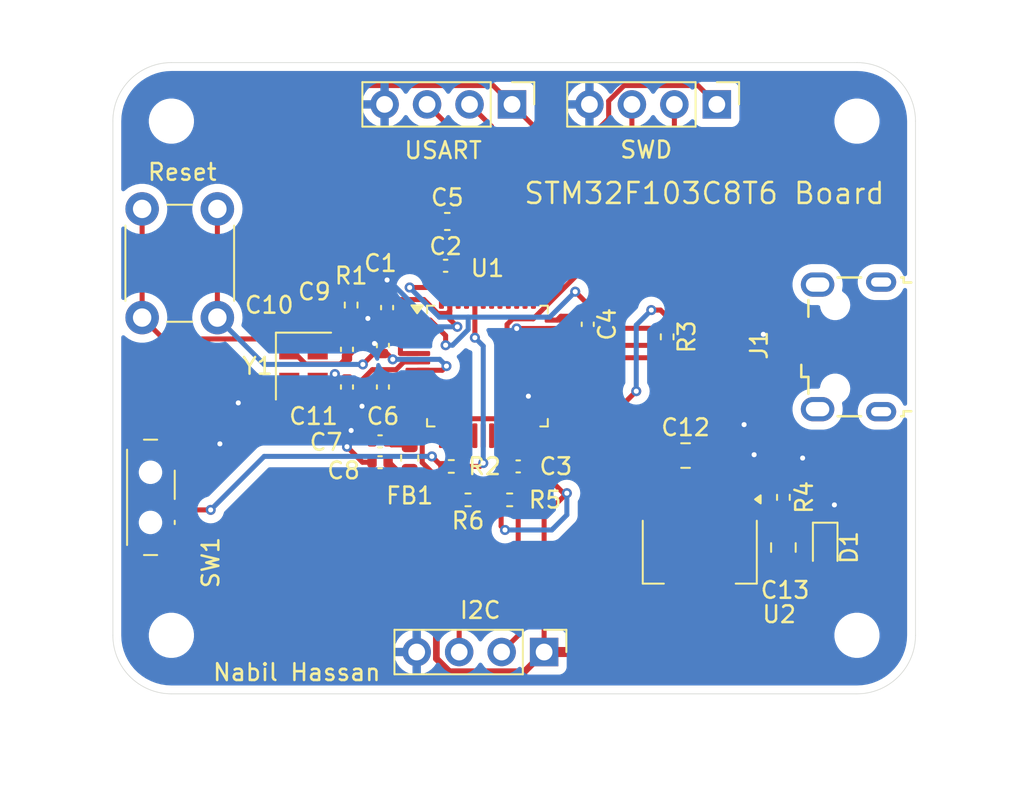
<source format=kicad_pcb>
(kicad_pcb (version 20240108) (generator "pcbnew") (generator_version "8.0")
  (layers (0 "F.Cu" signal "Front") (31 "B.Cu" power "Back") (34 "B.Paste" user) (35 "F.Paste" user) (36 "B.SilkS" user "B.Silkscreen") (37 "F.SilkS" user "F.Silkscreen") (38 "B.Mask" user) (39 "F.Mask" user) (44 "Edge.Cuts" user))
  (net 0 "")
  (net 1 "GND")
  (net 2 "+3.3V")
  (net 3 "+3.3VA")
  (net 4 "RST")
  (net 5 "HSE_IN")
  (net 6 "HSE_OUT")
  (net 7 "VBUS")
  (net 8 "/PWR_LED_K")
  (net 12 "USB_D-")
  (net 13 "USB_D+")
  (net 16 "SWDIO")
  (net 17 "SWCLK")
  (net 18 "USART1_TX")
  (net 19 "USART1_RX")
  (net 20 "I2C2_SCL")
  (net 21 "I2C2_SDA")
  (net 22 "Net-(R1-Pad1)")
  (net 23 "BOOT")
  (net 24 "Net-(SW1-B)")
  (footprint "Button_Switch_SMD:SW_SPDT_PCM12" (layer "F.Cu") (at 63.33 117.75 -90)
    (property "Reference" "SW1" (at 3.9 -3.27 90) (layer "F.SilkS"))
    (property "Value" "SW_SPDT")
    (pad "" smd rect (at -3.65 -0.78 270) (size 1 0.8) (layers "F.Cu" "F.Paste" "F.Mask"))
    (pad "" smd rect (at -3.65 1.43 270) (size 1 0.8) (layers "F.Cu" "F.Paste" "F.Mask"))
    (pad "" np_thru_hole circle (at -1.5 0.33 270) (size 0.9 0.9) (drill 0.9) (layers "*.Cu" "*.Mask"))
    (pad "" np_thru_hole circle (at 1.5 0.33 270) (size 0.9 0.9) (drill 0.9) (layers "*.Cu" "*.Mask"))
    (pad "" smd rect (at 3.65 -0.78 270) (size 1 0.8) (layers "F.Cu" "F.Paste" "F.Mask"))
    (pad "" smd rect (at 3.65 1.43 270) (size 1 0.8) (layers "F.Cu" "F.Paste" "F.Mask"))
    (pad "1" smd rect (at -2.25 -1.43 270) (size 0.7 1.5) (layers "F.Cu" "F.Paste" "F.Mask") (net 1 "GND"))
    (pad "2" smd rect (at 0.75 -1.43 270) (size 0.7 1.5) (layers "F.Cu" "F.Paste" "F.Mask") (net 24 "Net-(SW1-B)"))
    (pad "3" smd rect (at 2.25 -1.43 270) (size 0.7 1.5) (layers "F.Cu" "F.Paste" "F.Mask") (net 2 "+3.3V"))
  )
  (footprint "Capacitor_SMD:C_0402_1005Metric" (layer "F.Cu") (at 89.15 107.4 -90)
    (property "Reference" "C4" (at 0 -1.16 90) (layer "F.SilkS"))
    (property "Value" "100n")
    (pad "1" smd roundrect (at -0.48 0 270) (size 0.56 0.62) (layers "F.Cu" "F.Paste" "F.Mask") (net 2 "+3.3V"))
    (pad "2" smd roundrect (at 0.48 0 270) (size 0.56 0.62) (layers "F.Cu" "F.Paste" "F.Mask") (net 1 "GND"))
  )
  (footprint "Capacitor_SMD:C_0402_1005Metric" (layer "F.Cu") (at 84.99 115.9 180)
    (property "Reference" "C3" (at -2.25 0 360) (layer "F.SilkS"))
    (property "Value" "100n")
    (pad "1" smd roundrect (at -0.48 0 180) (size 0.56 0.62) (layers "F.Cu" "F.Paste" "F.Mask") (net 2 "+3.3V"))
    (pad "2" smd roundrect (at 0.48 0 180) (size 0.56 0.62) (layers "F.Cu" "F.Paste" "F.Mask") (net 1 "GND"))
  )
  (footprint "Button_Switch_THT:SW_PUSH_6mm" (layer "F.Cu") (at 62.5 107 90)
    (property "Reference" "Reset" (at 8.7 2.4 0) (layer "F.SilkS"))
    (property "Value" "SW_Push")
    (pad "1" thru_hole circle (at 0 0 180) (size 2 2) (drill 1.1) (layers "*.Cu" "*.Mask") (net 22 "Net-(R1-Pad1)"))
    (pad "1" thru_hole circle (at 6.5 0 180) (size 2 2) (drill 1.1) (layers "*.Cu" "*.Mask") (net 22 "Net-(R1-Pad1)"))
    (pad "2" thru_hole circle (at 0 4.5 180) (size 2 2) (drill 1.1) (layers "*.Cu" "*.Mask") (net 4 "RST"))
    (pad "2" thru_hole circle (at 6.5 4.5 180) (size 2 2) (drill 1.1) (layers "*.Cu" "*.Mask") (net 4 "RST"))
  )
  (footprint "MountingHole:MountingHole_2.2mm_M2" (layer "F.Cu") (at 105.25 126)
    (property "Reference" "H4" (hide yes))
    (property "Value" "MountingHole")
    (pad "" np_thru_hole circle (at 0 0) (size 2.2 2.2) (drill 2.2) (layers "F&B.Cu" "*.Mask"))
  )
  (footprint "Resistor_SMD:R_0402_1005Metric" (layer "F.Cu") (at 93.9 108.15 -90)
    (property "Reference" "R3" (at 0 -1.17 90) (layer "F.SilkS"))
    (property "Value" "1.5K")
    (pad "1" smd roundrect (at -0.51 0 270) (size 0.54 0.64) (layers "F.Cu" "F.Paste" "F.Mask") (net 2 "+3.3V"))
    (pad "2" smd roundrect (at 0.51 0 270) (size 0.54 0.64) (layers "F.Cu" "F.Paste" "F.Mask") (net 13 "USB_D+"))
  )
  (footprint "Capacitor_SMD:C_0402_1005Metric" (layer "F.Cu") (at 76.9 111.15 90)
    (property "Reference" "C6" (at -1.75 0 180) (layer "F.SilkS"))
    (property "Value" "10n")
    (pad "1" smd roundrect (at -0.48 0 90) (size 0.56 0.62) (layers "F.Cu" "F.Paste" "F.Mask") (net 3 "+3.3VA"))
    (pad "2" smd roundrect (at 0.48 0 90) (size 0.56 0.62) (layers "F.Cu" "F.Paste" "F.Mask") (net 1 "GND"))
  )
  (footprint "Capacitor_SMD:C_0402_1005Metric" (layer "F.Cu") (at 80.65 103.9)
    (property "Reference" "C2" (at 0 -1.16 0) (layer "F.SilkS"))
    (property "Value" "100n")
    (pad "1" smd roundrect (at -0.48 0) (size 0.56 0.62) (layers "F.Cu" "F.Paste" "F.Mask") (net 2 "+3.3V"))
    (pad "2" smd roundrect (at 0.48 0) (size 0.56 0.62) (layers "F.Cu" "F.Paste" "F.Mask") (net 1 "GND"))
  )
  (footprint "MountingHole:MountingHole_2.2mm_M2" (layer "F.Cu") (at 105.25 95.25)
    (property "Reference" "H1" (hide yes))
    (property "Value" "MountingHole")
    (pad "" np_thru_hole circle (at 0 0) (size 2.2 2.2) (drill 2.2) (layers "*.Cu" "*.Mask"))
  )
  (footprint "Capacitor_SMD:C_0402_1005Metric" (layer "F.Cu") (at 76.73 114.4 180)
    (property "Reference" "C7" (at 3.23 -0.05 360) (layer "F.SilkS"))
    (property "Value" "1u")
    (pad "1" smd roundrect (at -0.48 0 180) (size 0.56 0.62) (layers "F.Cu" "F.Paste" "F.Mask") (net 3 "+3.3VA"))
    (pad "2" smd roundrect (at 0.48 0 180) (size 0.56 0.62) (layers "F.Cu" "F.Paste" "F.Mask") (net 1 "GND"))
  )
  (footprint "Capacitor_SMD:C_0402_1005Metric" (layer "F.Cu") (at 74.75 111.15 90)
    (property "Reference" "C11" (at -1.75 -2 180) (layer "F.SilkS"))
    (property "Value" "10pf")
    (pad "1" smd roundrect (at -0.48 0 90) (size 0.56 0.62) (layers "F.Cu" "F.Paste" "F.Mask") (net 6 "HSE_OUT"))
    (pad "2" smd roundrect (at 0.48 0 90) (size 0.56 0.62) (layers "F.Cu" "F.Paste" "F.Mask") (net 1 "GND"))
  )
  (footprint "Capacitor_SMD:C_0402_1005Metric" (layer "F.Cu") (at 74.75 108.9 90)
    (property "Reference" "C10" (at 2.65 -4.65 180) (layer "F.SilkS"))
    (property "Value" "10pf")
    (pad "1" smd roundrect (at -0.48 0 90) (size 0.56 0.62) (layers "F.Cu" "F.Paste" "F.Mask") (net 5 "HSE_IN"))
    (pad "2" smd roundrect (at 0.48 0 90) (size 0.56 0.62) (layers "F.Cu" "F.Paste" "F.Mask") (net 1 "GND"))
  )
  (footprint "Capacitor_SMD:C_0402_1005Metric" (layer "F.Cu") (at 77.15 106.4 90)
    (property "Reference" "C1" (at 2.65 -0.4 180) (layer "F.SilkS"))
    (property "Value" "100n")
    (pad "1" smd roundrect (at -0.48 0 90) (size 0.56 0.62) (layers "F.Cu" "F.Paste" "F.Mask") (net 2 "+3.3V"))
    (pad "2" smd roundrect (at 0.48 0 90) (size 0.56 0.62) (layers "F.Cu" "F.Paste" "F.Mask") (net 1 "GND"))
  )
  (footprint "Resistor_SMD:R_0402_1005Metric" (layer "F.Cu") (at 80.99 115.9)
    (property "Reference" "R2" (at 1.99 0 360) (layer "F.SilkS"))
    (property "Value" "10k")
    (pad "1" smd roundrect (at -0.51 0) (size 0.54 0.64) (layers "F.Cu" "F.Paste" "F.Mask") (net 24 "Net-(SW1-B)"))
    (pad "2" smd roundrect (at 0.51 0) (size 0.54 0.64) (layers "F.Cu" "F.Paste" "F.Mask") (net 23 "BOOT"))
  )
  (footprint "Resistor_SMD:R_0402_1005Metric" (layer "F.Cu") (at 75 106.25 90)
    (property "Reference" "R1" (at 1.75 0 180) (layer "F.SilkS"))
    (property "Value" "100")
    (pad "1" smd roundrect (at -0.51 0 90) (size 0.54 0.64) (layers "F.Cu" "F.Paste" "F.Mask") (net 22 "Net-(R1-Pad1)"))
    (pad "2" smd roundrect (at 0.51 0 90) (size 0.54 0.64) (layers "F.Cu" "F.Paste" "F.Mask") (net 1 "GND"))
  )
  (footprint "Capacitor_SMD:C_0402_1005Metric" (layer "F.Cu") (at 76.73 115.65 180)
    (property "Reference" "C8" (at 2.18 -0.5 360) (layer "F.SilkS"))
    (property "Value" "1u")
    (pad "1" smd roundrect (at -0.48 0 180) (size 0.56 0.62) (layers "F.Cu" "F.Paste" "F.Mask") (net 2 "+3.3V"))
    (pad "2" smd roundrect (at 0.48 0 180) (size 0.56 0.62) (layers "F.Cu" "F.Paste" "F.Mask") (net 1 "GND"))
  )
  (footprint "Connector_USB:USB_Micro-B_Wuerth_629105150521" (layer "F.Cu") (at 104.745 108.75 90)
    (property "Reference" "J1" (at 0.1 -5.35 90) (layer "F.SilkS"))
    (property "Value" "USB_B_Micro")
    (pad "" np_thru_hole oval (at -2.5 -0.8 90) (size 0.8 0.8) (drill 0.8) (layers "*.Cu" "*.Mask"))
    (pad "" np_thru_hole oval (at 2.5 -0.8 90) (size 0.8 0.8) (drill 0.8) (layers "*.Cu" "*.Mask"))
    (pad "1" smd rect (at -1.3 -1.9 90) (size 0.45 1.3) (layers "F.Cu" "F.Paste" "F.Mask") (net 7 "VBUS"))
    (pad "2" smd rect (at -0.65 -1.9 90) (size 0.45 1.3) (layers "F.Cu" "F.Paste" "F.Mask") (net 12 "USB_D-"))
    (pad "3" smd rect (at 0 -1.9 90) (size 0.45 1.3) (layers "F.Cu" "F.Paste" "F.Mask") (net 13 "USB_D+"))
    (pad "4" smd rect (at 0.65 -1.9 90) (size 0.45 1.3) (layers "F.Cu" "F.Paste" "F.Mask"))
    (pad "5" smd rect (at 1.3 -1.9 90) (size 0.45 1.3) (layers "F.Cu" "F.Paste" "F.Mask") (net 1 "GND"))
    (pad "6" thru_hole oval (at -3.875 1.95 90) (size 1.15 1.8) (drill oval 0.55 1.2) (layers "*.Cu" "*.Mask"))
    (pad "6" thru_hole oval (at -3.725 -1.85 90) (size 1.45 2) (drill oval 0.85 1.4) (layers "*.Cu" "*.Mask"))
    (pad "6" thru_hole oval (at 3.725 -1.85 90) (size 1.45 2) (drill oval 0.85 1.4) (layers "*.Cu" "*.Mask"))
    (pad "6" thru_hole oval (at 3.875 1.95 90) (size 1.15 1.8) (drill oval 0.55 1.2) (layers "*.Cu" "*.Mask"))
  )
  (footprint "Connector_PinHeader_2.54mm:PinHeader_1x04_P2.54mm_Vertical" (layer "F.Cu") (at 84.62 94.25 -90)
    (property "Reference" "USART" (at 2.75 4.12 180) (layer "F.SilkS"))
    (property "Value" "Conn_01x04_Pin")
    (pad "1" thru_hole rect (at 0 0 270) (size 1.7 1.7) (drill 1) (layers "*.Cu" "*.Mask") (net 2 "+3.3V"))
    (pad "2" thru_hole oval (at 0 2.54 270) (size 1.7 1.7) (drill 1) (layers "*.Cu" "*.Mask") (net 18 "USART1_TX"))
    (pad "3" thru_hole oval (at 0 5.08 270) (size 1.7 1.7) (drill 1) (layers "*.Cu" "*.Mask") (net 19 "USART1_RX"))
    (pad "4" thru_hole oval (at 0 7.62 270) (size 1.7 1.7) (drill 1) (layers "*.Cu" "*.Mask") (net 1 "GND"))
  )
  (footprint "Package_TO_SOT_SMD:SOT-223-3_TabPin2" (layer "F.Cu") (at 95.85 121 -90)
    (property "Reference" "U2" (at 3.75 -4.75 180) (layer "F.SilkS"))
    (property "Value" "AMS1117-3.3")
    (pad "1" smd roundrect (at -3.15 -2.3 270) (size 2 1.5) (layers "F.Cu" "F.Paste" "F.Mask") (net 1 "GND"))
    (pad "2" smd roundrect (at -3.15 0 270) (size 2 1.5) (layers "F.Cu" "F.Paste" "F.Mask") (net 2 "+3.3V"))
    (pad "2" smd roundrect (at 3.15 0 270) (size 2 3.8) (layers "F.Cu" "F.Paste" "F.Mask") (net 2 "+3.3V"))
    (pad "3" smd roundrect (at -3.15 2.3 270) (size 2 1.5) (layers "F.Cu" "F.Paste" "F.Mask") (net 7 "VBUS"))
  )
  (footprint "Resistor_SMD:R_0402_1005Metric" (layer "F.Cu") (at 100.85 117.75 90)
    (property "Reference" "R4" (at 0 1.25 90) (layer "F.SilkS"))
    (property "Value" "1.5k")
    (pad "1" smd roundrect (at -0.51 0 90) (size 0.54 0.64) (layers "F.Cu" "F.Paste" "F.Mask") (net 8 "/PWR_LED_K"))
    (pad "2" smd roundrect (at 0.51 0 90) (size 0.54 0.64) (layers "F.Cu" "F.Paste" "F.Mask") (net 1 "GND"))
  )
  (footprint "Capacitor_SMD:C_0603_1608Metric" (layer "F.Cu") (at 80.75 101.25)
    (property "Reference" "C5" (at 0 -1.43 360) (layer "F.SilkS"))
    (property "Value" "10u")
    (pad "1" smd roundrect (at -0.775 0) (size 0.9 0.95) (layers "F.Cu" "F.Paste" "F.Mask") (net 2 "+3.3V"))
    (pad "2" smd roundrect (at 0.775 0) (size 0.9 0.95) (layers "F.Cu" "F.Paste" "F.Mask") (net 1 "GND"))
  )
  (footprint "MountingHole:MountingHole_2.2mm_M2" (layer "F.Cu") (at 64.25 95.25)
    (property "Reference" "H2" (hide yes))
    (property "Value" "MountingHole")
    (pad "" np_thru_hole circle (at 0 0) (size 2.2 2.2) (drill 2.2) (layers "*.Cu" "*.Mask"))
  )
  (footprint "Capacitor_SMD:C_0805_2012Metric" (layer "F.Cu") (at 100.85 120.75 90)
    (property "Reference" "C13" (at -2.55 0.1 180) (layer "F.SilkS"))
    (property "Value" "22u")
    (pad "1" smd roundrect (at -0.95 0 90) (size 1 1.45) (layers "F.Cu" "F.Paste" "F.Mask") (net 2 "+3.3V"))
    (pad "2" smd roundrect (at 0.95 0 90) (size 1 1.45) (layers "F.Cu" "F.Paste" "F.Mask") (net 1 "GND"))
  )
  (footprint "MountingHole:MountingHole_2.2mm_M2" (layer "F.Cu") (at 64.25 126)
    (property "Reference" "H3" (hide yes))
    (property "Value" "MountingHole")
    (pad "" np_thru_hole circle (at 0 0) (size 2.2 2.2) (drill 2.2) (layers "*.Cu" "*.Mask"))
  )
  (footprint "Package_QFP:LQFP-48_7x7mm_P0.5mm" (layer "F.Cu") (at 83.15 109.9)
    (property "Reference" "U1" (at 0 -5.85 0) (layer "F.SilkS"))
    (property "Value" "STM32F103C8T6")
    (pad "1" smd roundrect (at -4.1625 -2.75) (size 1.475 0.3) (layers "F.Cu" "F.Paste" "F.Mask") (net 2 "+3.3V"))
    (pad "2" smd roundrect (at -4.1625 -2.25) (size 1.475 0.3) (layers "F.Cu" "F.Paste" "F.Mask"))
    (pad "3" smd roundrect (at -4.1625 -1.75) (size 1.475 0.3) (layers "F.Cu" "F.Paste" "F.Mask"))
    (pad "4" smd roundrect (at -4.1625 -1.25) (size 1.475 0.3) (layers "F.Cu" "F.Paste" "F.Mask"))
    (pad "5" smd roundrect (at -4.1625 -0.75) (size 1.475 0.3) (layers "F.Cu" "F.Paste" "F.Mask") (net 5 "HSE_IN"))
    (pad "6" smd roundrect (at -4.1625 -0.25) (size 1.475 0.3) (layers "F.Cu" "F.Paste" "F.Mask") (net 6 "HSE_OUT"))
    (pad "7" smd roundrect (at -4.1625 0.25) (size 1.475 0.3) (layers "F.Cu" "F.Paste" "F.Mask") (net 4 "RST"))
    (pad "8" smd roundrect (at -4.1625 0.75) (size 1.475 0.3) (layers "F.Cu" "F.Paste" "F.Mask") (net 1 "GND"))
    (pad "9" smd roundrect (at -4.1625 1.25) (size 1.475 0.3) (layers "F.Cu" "F.Paste" "F.Mask") (net 3 "+3.3VA"))
    (pad "10" smd roundrect (at -4.1625 1.75) (size 1.475 0.3) (layers "F.Cu" "F.Paste" "F.Mask"))
    (pad "11" smd roundrect (at -4.1625 2.25) (size 1.475 0.3) (layers "F.Cu" "F.Paste" "F.Mask"))
    (pad "12" smd roundrect (at -4.1625 2.75) (size 1.475 0.3) (layers "F.Cu" "F.Paste" "F.Mask"))
    (pad "13" smd roundrect (at -2.75 4.1625) (size 0.3 1.475) (layers "F.Cu" "F.Paste" "F.Mask"))
    (pad "14" smd roundrect (at -2.25 4.1625) (size 0.3 1.475) (layers "F.Cu" "F.Paste" "F.Mask"))
    (pad "15" smd roundrect (at -1.75 4.1625) (size 0.3 1.475) (layers "F.Cu" "F.Paste" "F.Mask"))
    (pad "16" smd roundrect (at -1.25 4.1625) (size 0.3 1.475) (layers "F.Cu" "F.Paste" "F.Mask"))
    (pad "17" smd roundrect (at -0.75 4.1625) (size 0.3 1.475) (layers "F.Cu" "F.Paste" "F.Mask"))
    (pad "18" smd roundrect (at -0.25 4.1625) (size 0.3 1.475) (layers "F.Cu" "F.Paste" "F.Mask"))
    (pad "19" smd roundrect (at 0.25 4.1625) (size 0.3 1.475) (layers "F.Cu" "F.Paste" "F.Mask"))
    (pad "20" smd roundrect (at 0.75 4.1625) (size 0.3 1.475) (layers "F.Cu" "F.Paste" "F.Mask"))
    (pad "21" smd roundrect (at 1.25 4.1625) (size 0.3 1.475) (layers "F.Cu" "F.Paste" "F.Mask") (net 20 "I2C2_SCL"))
    (pad "22" smd roundrect (at 1.75 4.1625) (size 0.3 1.475) (layers "F.Cu" "F.Paste" "F.Mask") (net 21 "I2C2_SDA"))
    (pad "23" smd roundrect (at 2.25 4.1625) (size 0.3 1.475) (layers "F.Cu" "F.Paste" "F.Mask") (net 1 "GND"))
    (pad "24" smd roundrect (at 2.75 4.1625) (size 0.3 1.475) (layers "F.Cu" "F.Paste" "F.Mask") (net 2 "+3.3V"))
    (pad "25" smd roundrect (at 4.1625 2.75) (size 1.475 0.3) (layers "F.Cu" "F.Paste" "F.Mask"))
    (pad "26" smd roundrect (at 4.1625 2.25) (size 1.475 0.3) (layers "F.Cu" "F.Paste" "F.Mask"))
    (pad "27" smd roundrect (at 4.1625 1.75) (size 1.475 0.3) (layers "F.Cu" "F.Paste" "F.Mask"))
    (pad "28" smd roundrect (at 4.1625 1.25) (size 1.475 0.3) (layers "F.Cu" "F.Paste" "F.Mask"))
    (pad "29" smd roundrect (at 4.1625 0.75) (size 1.475 0.3) (layers "F.Cu" "F.Paste" "F.Mask"))
    (pad "30" smd roundrect (at 4.1625 0.25) (size 1.475 0.3) (layers "F.Cu" "F.Paste" "F.Mask"))
    (pad "31" smd roundrect (at 4.1625 -0.25) (size 1.475 0.3) (layers "F.Cu" "F.Paste" "F.Mask"))
    (pad "32" smd roundrect (at 4.1625 -0.75) (size 1.475 0.3) (layers "F.Cu" "F.Paste" "F.Mask") (net 12 "USB_D-"))
    (pad "33" smd roundrect (at 4.1625 -1.25) (size 1.475 0.3) (layers "F.Cu" "F.Paste" "F.Mask") (net 13 "USB_D+"))
    (pad "34" smd roundrect (at 4.1625 -1.75) (size 1.475 0.3) (layers "F.Cu" "F.Paste" "F.Mask") (net 16 "SWDIO"))
    (pad "35" smd roundrect (at 4.1625 -2.25) (size 1.475 0.3) (layers "F.Cu" "F.Paste" "F.Mask") (net 1 "GND"))
    (pad "36" smd roundrect (at 4.1625 -2.75) (size 1.475 0.3) (layers "F.Cu" "F.Paste" "F.Mask") (net 2 "+3.3V"))
    (pad "37" smd roundrect (at 2.75 -4.1625) (size 0.3 1.475) (layers "F.Cu" "F.Paste" "F.Mask") (net 17 "SWCLK"))
    (pad "38" smd roundrect (at 2.25 -4.1625) (size 0.3 1.475) (layers "F.Cu" "F.Paste" "F.Mask"))
    (pad "39" smd roundrect (at 1.75 -4.1625) (size 0.3 1.475) (layers "F.Cu" "F.Paste" "F.Mask"))
    (pad "40" smd roundrect (at 1.25 -4.1625) (size 0.3 1.475) (layers "F.Cu" "F.Paste" "F.Mask"))
    (pad "41" smd roundrect (at 0.75 -4.1625) (size 0.3 1.475) (layers "F.Cu" "F.Paste" "F.Mask"))
    (pad "42" smd roundrect (at 0.25 -4.1625) (size 0.3 1.475) (layers "F.Cu" "F.Paste" "F.Mask") (net 18 "USART1_TX"))
    (pad "43" smd roundrect (at -0.25 -4.1625) (size 0.3 1.475) (layers "F.Cu" "F.Paste" "F.Mask") (net 19 "USART1_RX"))
    (pad "44" smd roundrect (at -0.75 -4.1625) (size 0.3 1.475) (layers "F.Cu" "F.Paste" "F.Mask") (net 23 "BOOT"))
    (pad "45" smd roundrect (at -1.25 -4.1625) (size 0.3 1.475) (layers "F.Cu" "F.Paste" "F.Mask"))
    (pad "46" smd roundrect (at -1.75 -4.1625) (size 0.3 1.475) (layers "F.Cu" "F.Paste" "F.Mask"))
    (pad "47" smd roundrect (at -2.25 -4.1625) (size 0.3 1.475) (layers "F.Cu" "F.Paste" "F.Mask") (net 1 "GND"))
    (pad "48" smd roundrect (at -2.75 -4.1625) (size 0.3 1.475) (layers "F.Cu" "F.Paste" "F.Mask") (net 2 "+3.3V"))
  )
  (footprint "Connector_PinHeader_2.54mm:PinHeader_1x04_P2.54mm_Vertical" (layer "F.Cu") (at 96.87 94.25 -90)
    (property "Reference" "J2" (hide yes))
    (property "Value" "Conn_01x04_Pin")
    (pad "1" thru_hole rect (at 0 0 270) (size 1.7 1.7) (drill 1) (layers "*.Cu" "*.Mask") (net 2 "+3.3V"))
    (pad "2" thru_hole oval (at 0 2.54 270) (size 1.7 1.7) (drill 1) (layers "*.Cu" "*.Mask") (net 16 "SWDIO"))
    (pad "3" thru_hole oval (at 0 5.08 270) (size 1.7 1.7) (drill 1) (layers "*.Cu" "*.Mask") (net 17 "SWCLK"))
    (pad "4" thru_hole oval (at 0 7.62 270) (size 1.7 1.7) (drill 1) (layers "*.Cu" "*.Mask") (net 1 "GND"))
  )
  (footprint "Capacitor_SMD:C_0402_1005Metric" (layer "F.Cu") (at 76.9 108.67 90)
    (property "Reference" "C9" (at 3.22 -4.1 180) (layer "F.SilkS"))
    (property "Value" "100n")
    (pad "1" smd roundrect (at -0.48 0 90) (size 0.56 0.62) (layers "F.Cu" "F.Paste" "F.Mask") (net 4 "RST"))
    (pad "2" smd roundrect (at 0.48 0 90) (size 0.56 0.62) (layers "F.Cu" "F.Paste" "F.Mask") (net 1 "GND"))
  )
  (footprint "Resistor_SMD:R_0402_1005Metric" (layer "F.Cu") (at 81.99 117.9 180)
    (property "Reference" "R6" (at 0 -1.25 360) (layer "F.SilkS"))
    (property "Value" "2.2K")
    (pad "1" smd roundrect (at -0.51 0 180) (size 0.54 0.64) (layers "F.Cu" "F.Paste" "F.Mask") (net 2 "+3.3V"))
    (pad "2" smd roundrect (at 0.51 0 180) (size 0.54 0.64) (layers "F.Cu" "F.Paste" "F.Mask") (net 21 "I2C2_SDA"))
  )
  (footprint "Connector_PinHeader_2.54mm:PinHeader_1x04_P2.54mm_Vertical" (layer "F.Cu") (at 86.54 127 -90)
    (property "Reference" "I2C" (at -2.5 3.82 180) (layer "F.SilkS"))
    (property "Value" "Conn_01x04_Pin")
    (pad "1" thru_hole rect (at 0 0 270) (size 1.7 1.7) (drill 1) (layers "*.Cu" "*.Mask") (net 2 "+3.3V"))
    (pad "2" thru_hole oval (at 0 2.54 270) (size 1.7 1.7) (drill 1) (layers "*.Cu" "*.Mask") (net 20 "I2C2_SCL"))
    (pad "3" thru_hole oval (at 0 5.08 270) (size 1.7 1.7) (drill 1) (layers "*.Cu" "*.Mask") (net 21 "I2C2_SDA"))
    (pad "4" thru_hole oval (at 0 7.62 270) (size 1.7 1.7) (drill 1) (layers "*.Cu" "*.Mask") (net 1 "GND"))
  )
  (footprint "Crystal:Crystal_SMD_3225-4Pin_3.2x2.5mm" (layer "F.Cu") (at 72.15 109.9 -90)
    (property "Reference" "Y1" (at 0 2.75 180) (layer "F.SilkS"))
    (property "Value" "16MHz")
    (pad "1" smd rect (at -1.1 0.85 270) (size 1.4 1.2) (layers "F.Cu" "F.Paste" "F.Mask") (net 5 "HSE_IN"))
    (pad "2" smd rect (at 1.1 0.85 270) (size 1.4 1.2) (layers "F.Cu" "F.Paste" "F.Mask") (net 1 "GND"))
    (pad "3" smd rect (at 1.1 -0.85 270) (size 1.4 1.2) (layers "F.Cu" "F.Paste" "F.Mask") (net 6 "HSE_OUT"))
    (pad "4" smd rect (at -1.1 -0.85 270) (size 1.4 1.2) (layers "F.Cu" "F.Paste" "F.Mask") (net 1 "GND"))
  )
  (footprint "Resistor_SMD:R_0402_1005Metric" (layer "F.Cu") (at 84.48 117.9)
    (property "Reference" "R5" (at 2.12 0 360) (layer "F.SilkS"))
    (property "Value" "2.2K")
    (pad "1" smd roundrect (at -0.51 0) (size 0.54 0.64) (layers "F.Cu" "F.Paste" "F.Mask") (net 2 "+3.3V"))
    (pad "2" smd roundrect (at 0.51 0) (size 0.54 0.64) (layers "F.Cu" "F.Paste" "F.Mask") (net 20 "I2C2_SCL"))
  )
  (footprint "LED_SMD:LED_0603_1608Metric" (layer "F.Cu") (at 103.35 120.75 -90)
    (property "Reference" "D1" (at 0 -1.43 90) (layer "F.SilkS"))
    (property "Value" "LED")
    (pad "1" smd roundrect (at -0.7875 0 270) (size 0.875 0.95) (layers "F.Cu" "F.Paste" "F.Mask") (net 8 "/PWR_LED_K"))
    (pad "2" smd roundrect (at 0.7875 0 270) (size 0.875 0.95) (layers "F.Cu" "F.Paste" "F.Mask") (net 2 "+3.3V"))
  )
  (footprint "Capacitor_SMD:C_0805_2012Metric" (layer "F.Cu") (at 95 115.25)
    (property "Reference" "C12" (at 0 -1.68 0) (layer "F.SilkS"))
    (property "Value" "22u")
    (pad "1" smd roundrect (at -0.95 0) (size 1 1.45) (layers "F.Cu" "F.Paste" "F.Mask") (net 7 "VBUS"))
    (pad "2" smd roundrect (at 0.95 0) (size 1 1.45) (layers "F.Cu" "F.Paste" "F.Mask") (net 1 "GND"))
  )
  (footprint "Inductor_SMD:L_0603_1608Metric" (layer "F.Cu") (at 78.5 115.4 -90)
    (property "Reference" "FB1" (at 2.25 0 180) (layer "F.SilkS"))
    (property "Value" "120R")
    (pad "1" smd roundrect (at -0.7875 0 270) (size 0.875 0.95) (layers "F.Cu" "F.Paste" "F.Mask") (net 3 "+3.3VA"))
    (pad "2" smd roundrect (at 0.7875 0 270) (size 0.875 0.95) (layers "F.Cu" "F.Paste" "F.Mask") (net 2 "+3.3V"))
  )
  (gr_arc (start 108.75 126) (mid 107.724874 128.474874) (end 105.25 129.5) (stroke (width 0.0381)) (layer "Edge.Cuts"))
  (gr_arc (start 60.75 95.25) (mid 61.775126 92.775126) (end 64.25 91.75) (stroke (width 0.0381)) (layer "Edge.Cuts"))
  (gr_arc (start 105.25 91.75) (mid 107.724874 92.775126) (end 108.75 95.25) (stroke (width 0.0381)) (layer "Edge.Cuts"))
  (gr_line (start 105.25 129.5) (end 64.25 129.5) (stroke (width 0.0381)) (layer "Edge.Cuts"))
  (gr_line (start 108.75 95.25) (end 108.75 126) (stroke (width 0.0381)) (layer "Edge.Cuts"))
  (gr_line (start 60.75 95.25) (end 60.75 126) (stroke (width 0.0381)) (layer "Edge.Cuts"))
  (gr_line (start 105.25 91.75) (end 64.25 91.75) (stroke (width 0.0381)) (layer "Edge.Cuts"))
  (gr_arc (start 64.25 129.5) (mid 61.775126 128.474874) (end 60.75 126) (stroke (width 0.0381)) (layer "Edge.Cuts"))
  (gr_text "SWD" (at 91 97.55 0) (layer "F.SilkS") (effects (font (size 1 1) (thickness 0.1524) (bold yes)) (justify left bottom)))
  (gr_text "Nabil Hassan" (at 66.65 128.8 0) (layer "F.SilkS") (effects (font (size 1 1) (thickness 0.1524) (bold yes)) (justify left bottom)))
  (gr_text "STM32F103C8T6 Board" (at 85.25 100.3 0) (layer "F.SilkS") (effects (font (size 1.25 1.25) (thickness 0.1524) (bold yes)) (justify left bottom)))
  (segment (start 75.18 105.92) (end 75 105.74) (width 0.3) (layer "F.Cu") (net 1))
  (segment (start 100.2 107.45) (end 99.65 108) (width 0.3) (layer "F.Cu") (net 1))
  (segment (start 74.320002 110.67) (end 74.027002 110.377) (width 0.3) (layer "F.Cu") (net 1))
  (segment (start 76.756002 108.19) (end 76.398001 108.548001) (width 0.3) (layer "F.Cu") (net 1))
  (segment (start 73.38 108.42) (end 73 108.8) (width 0.3) (layer "F.Cu") (net 1))
  (segment (start 71.3 111.2) (end 71.1 111.4) (width 0.3) (layer "F.Cu") (net 1))
  (segment (start 97.8 113.4) (end 98.5 113.4) (width 0.6) (layer "F.Cu") (net 1))
  (segment (start 80.9 104.85) (end 80.9 105.7375) (width 0.3) (layer "F.Cu") (net 1))
  (segment (start 71.3 111) (end 69.35 111) (width 0.3) (layer "F.Cu") (net 1))
  (segment (start 85.4 114.0625) (end 85.4 111.9) (width 0.3) (layer "F.Cu") (net 1))
  (segment (start 95.95 115.25) (end 97.8 113.4) (width 0.6) (layer "F.Cu") (net 1))
  (segment (start 80.9 107.1) (end 81.35 107.55) (width 0.3) (layer "F.Cu") (net 1))
  (segment (start 76.9 108.19) (end 76.756002 108.19) (width 0.3) (layer "F.Cu") (net 1))
  (segment (start 79.345118 105.92) (end 80.177118 106.752) (width 0.3) (layer "F.Cu") (net 1))
  (segment (start 81.525 102.725) (end 81.13 103.12) (width 0.6) (layer "F.Cu") (net 1))
  (segment (start 102.45 118.2) (end 103.9 118.2) (width 0.6) (layer "F.Cu") (net 1))
  (segment (start 80.9 106.6) (end 80.9 107.1) (width 0.3) (layer "F.Cu") (net 1))
  (segment (start 85.4 115.01) (end 85.4 114.0625) (width 0.3) (layer "F.Cu") (net 1))
  (segment (start 76.25 115.65) (end 75.677 115.65) (width 0.3) (layer "F.Cu") (net 1))
  (segment (start 76.9 110.67) (end 78.9675 110.67) (width 0.3) (layer "F.Cu") (net 1))
  (segment (start 81.13 103.9) (end 81.13 104.62) (width 0.3) (layer "F.Cu") (net 1))
  (segment (start 84.9 107.65) (end 87.3125 107.65) (width 0.3) (layer "F.Cu") (net 1))
  (segment (start 80.9 106.6) (end 80.9 105.7375) (width 0.3) (layer "F.Cu") (net 1))
  (segment (start 77.15 105.92) (end 77.15 104.75) (width 0.3) (layer "F.Cu") (net 1))
  (segment (start 64.66 115.5) (end 66.2 115.5) (width 0.3) (layer "F.Cu") (net 1))
  (segment (start 80.177118 106.752) (end 80.748 106.752) (width 0.3) (layer "F.Cu") (net 1))
  (segment (start 74.75 108.42) (end 74.75 108.3) (width 0.3) (layer "F.Cu") (net 1))
  (segment (start 81.13 103.12) (end 81.13 103.9) (width 0.6) (layer "F.Cu") (net 1))
  (segment (start 85.4 111.9) (end 85.6 111.7) (width 0.3) (layer "F.Cu") (net 1))
  (segment (start 98.15 116.15) (end 99.1 115.2) (width 0.6) (layer "F.Cu") (net 1))
  (segment (start 81.13 104.62) (end 80.9 104.85) (width 0.3) (layer "F.Cu") (net 1))
  (segment (start 75.677 115.65) (end 74.75 114.723) (width 0.3) (layer "F.Cu") (net 1))
  (segment (start 74.75 108.3) (end 76 107.05) (width 0.3) (layer "F.Cu") (net 1))
  (segment (start 76.25 114.4) (end 75.65 114.4) (width 0.3) (layer "F.Cu") (net 1))
  (segment (start 75.65 114.4) (end 75 113.75) (width 0.3) (layer "F.Cu") (net 1))
  (segment (start 69.35 111) (end 68.25 112.1) (width 0.3) (layer "F.Cu") (net 1))
  (segment (start 66.2 115.5) (end 67.15 114.55) (width 0.3) (layer "F.Cu") (net 1))
  (segment (start 76.9 110.67) (end 75.65 111.92) (width 0.3) (layer "F.Cu") (net 1))
  (segment (start 98.15 117.85) (end 98.15 116.15) (width 0.6) (layer "F.Cu") (net 1))
  (segment (start 100.85 119.8) (end 102.45 118.2) (width 0.6) (layer "F.Cu") (net 1))
  (segment (start 100.85 117.24) (end 100.85 116.55) (width 0.3) (layer "F.Cu") (net 1))
  (segment (start 80.748 106.752) (end 80.9 106.6) (width 0.3) (layer "F.Cu") (net 1))
  (segment (start 74.75 108.42) (end 73.38 108.42) (width 0.3) (layer "F.Cu") (net 1))
  (segment (start 102.845 107.45) (end 100.2 107.45) (width 0.3) (layer "F.Cu") (net 1))
  (segment (start 74.75 110.67) (end 74.320002 110.67) (width 0.3) (layer "F.Cu") (net 1))
  (segment (start 88.92 107.65) (end 87.3125 107.65) (width 0.3) (layer "F.Cu") (net 1))
  (segment (start 71.3 111) (end 71.3 111.2) (width 0.3) (layer "F.Cu") (net 1))
  (segment (start 75.65 111.92) (end 75.65 112.3) (width 0.3) (layer "F.Cu") (net 1))
  (segment (start 78.9675 110.67) (end 78.9875 110.65) (width 0.3) (layer "F.Cu") (net 1))
  (segment (start 89.15 107.88) (end 88.92 107.65) (width 0.3) (layer "F.Cu") (net 1))
  (segment (start 81.525 101.25) (end 81.525 102.725) (width 0.6) (layer "F.Cu") (net 1))
  (segment (start 100.85 116.55) (end 102 115.4) (width 0.3) (layer "F.Cu") (net 1))
  (segment (start 84.51 115.9) (end 85.4 115.01) (width 0.3) (layer "F.Cu") (net 1))
  (segment (start 77.15 105.92) (end 75.18 105.92) (width 0.3) (layer "F.Cu") (net 1))
  (segment (start 77.15 105.92) (end 79.345118 105.92) (width 0.3) (layer "F.Cu") (net 1))
  (via (at 74.75 114.723) (size 0.6) (drill 0.3) (layers "F.Cu" "B.Cu") (net 1))
  (via (at 98.5 113.4) (size 0.6) (drill 0.3) (layers "F.Cu" "B.Cu") (net 1))
  (via (at 67.15 114.55) (size 0.6) (drill 0.3) (layers "F.Cu" "B.Cu") (net 1))
  (via (at 68.25 112.1) (size 0.6) (drill 0.3) (layers "F.Cu" "B.Cu") (net 1))
  (via (at 102 115.4) (size 0.6) (drill 0.3) (layers "F.Cu" "B.Cu") (net 1))
  (via (at 85.6 111.7) (size 0.6) (drill 0.3) (layers "F.Cu" "B.Cu") (net 1))
  (via (at 103.9 118.2) (size 0.6) (drill 0.3) (layers "F.Cu" "B.Cu") (net 1))
  (via (at 74.027002 110.377) (size 0.6) (drill 0.3) (layers "F.Cu" "B.Cu") (net 1))
  (via (at 77.15 104.75) (size 0.6) (drill 0.3) (layers "F.Cu" "B.Cu") (net 1))
  (via (at 75 113.75) (size 0.6) (drill 0.3) (layers "F.Cu" "B.Cu") (net 1))
  (via (at 75.65 112.3) (size 0.6) (drill 0.3) (layers "F.Cu" "B.Cu") (net 1))
  (via (at 99.65 108) (size 0.6) (drill 0.3) (layers "F.Cu" "B.Cu") (net 1))
  (via (at 84.9 107.65) (size 0.6) (drill 0.3) (layers "F.Cu" "B.Cu") (net 1))
  (via (at 99.1 115.2) (size 0.6) (drill 0.3) (layers "F.Cu" "B.Cu") (net 1))
  (via (at 76.398001 108.548001) (size 0.6) (drill 0.3) (layers "F.Cu" "B.Cu") (net 1))
  (via (at 76 107.05) (size 0.6) (drill 0.3) (layers "F.Cu" "B.Cu") (net 1))
  (via (at 81.35 107.55) (size 0.6) (drill 0.3) (layers "F.Cu" "B.Cu") (net 1))
  (segment (start 77.233998 104.75) (end 77.15 104.75) (width 0.3) (layer "B.Cu") (net 1))
  (segment (start 81.35 107.55) (end 80.033998 107.55) (width 0.3) (layer "B.Cu") (net 1))
  (segment (start 80.033998 107.55) (end 77.233998 104.75) (width 0.3) (layer "B.Cu") (net 1))
  (segment (start 100.85 121.7) (end 103.1875 121.7) (width 0.6) (layer "F.Cu") (net 2))
  (segment (start 98.3 121.7) (end 95.85 124.15) (width 0.6) (layer "F.Cu") (net 2))
  (segment (start 95.85 117.85) (end 95.85 124.15) (width 0.6) (layer "F.Cu") (net 2))
  (segment (start 86.1 115.9) (end 85.47 115.9) (width 0.3) (layer "F.Cu") (net 2))
  (segment (start 87.9 117.5) (end 87.7 117.5) (width 0.3) (layer "F.Cu") (net 2))
  (segment (start 86.54 118.86) (end 87.9 117.5) (width 0.3) (layer "F.Cu") (net 2))
  (segment (start 90.4 94.046181) (end 90.4 95.1) (width 0.3) (layer "F.Cu") (net 2))
  (segment (start 85.47 115.9) (end 85.9 115.47) (width 0.3) (layer "F.Cu") (net 2))
  (segment (start 89.1 117.2625) (end 89.1 122.4) (width 0.3) (layer "F.Cu") (net 2))
  (segment (start 80.877 128.177) (end 85.363 128.177) (width 0.4) (layer "F.Cu") (net 2))
  (segment (start 78.5 116.1875) (end 77.7475 116.1875) (width 0.4) (layer "F.Cu") (net 2))
  (segment (start 90.1 107.64) (end 93.9 107.64) (width 0.3) (layer "F.Cu") (net 2))
  (segment (start 80.4 105.7375) (end 79.8625 105.2) (width 0.3) (layer "F.Cu") (net 2))
  (segment (start 80.097 127.397) (end 80.877 128.177) (width 0.4) (layer "F.Cu") (net 2))
  (segment (start 72.5 94.1) (end 72.5 98.8) (width 0.3) (layer "F.Cu") (net 2))
  (segment (start 80.097 117.7845) (end 80.097 127.397) (width 0.4) (layer "F.Cu") (net 2))
  (segment (start 64.66 120) (end 74.6875 120) (width 0.4) (layer "F.Cu") (net 2))
  (segment (start 89.15 106.92) (end 87.5425 106.92) (width 0.3) (layer "F.Cu") (net 2))
  (segment (start 90.4 95.1) (end 89.25 96.25) (width 0.3) (layer "F.Cu") (net 2))
  (segment (start 103.1875 121.7) (end 103.35 121.5375) (width 0.6) (layer "F.Cu") (net 2))
  (segment (start 86.62 96.25) (end 84.62 94.25) (width 0.3) (layer "F.Cu") (net 2))
  (segment (start 86.54 127) (end 86.54 118.86) (width 0.3) (layer "F.Cu") (net 2))
  (segment (start 83.97 117.9) (end 82.5 117.9) (width 0.3) (layer "F.Cu") (net 2))
  (segment (start 73.477 93.123) (end 72.5 94.1) (width 0.3) (layer "F.Cu") (net 2))
  (segment (start 78.9875 107.15) (end 79.724999 107.15) (width 0.3) (layer "F.Cu") (net 2))
  (segment (start 85.9 115.47) (end 85.9 114.0625) (width 0.3) (layer "F.Cu") (net 2))
  (segment (start 91.323181 93.123) (end 90.4 94.046181) (width 0.3) (layer "F.Cu") (net 2))
  (segment (start 87.5425 106.92) (end 87.3125 107.15) (width 0.3) (layer "F.Cu") (net 2))
  (segment (start 79.724999 107.15) (end 80.65 108.075001) (width 0.3) (layer "F.Cu") (net 2))
  (segment (start 80.17 103.17) (end 80.17 103.9) (width 0.6) (layer "F.Cu") (net 2))
  (segment (start 80.17 103.9) (end 80.17 104.67) (width 0.3) (layer "F.Cu") (net 2))
  (segment (start 79.8625 105.2) (end 78.5 105.2) (width 0.3) (layer "F.Cu") (net 2))
  (segment (start 80.17 104.67) (end 80.4 104.9) (width 0.3) (layer "F.Cu") (net 2))
  (segment (start 93 127) (end 95.85 124.15) (width 0.6) (layer "F.Cu") (net 2))
  (segment (start 83.97 117.9) (end 83.97 119.47) (width 0.3) (layer "F.Cu") (net 2))
  (segment (start 85.9 114.0625) (end 89.1 117.2625) (width 0.3) (layer "F.Cu") (net 2))
  (segment (start 87.7 117.5) (end 86.1 115.9) (width 0.3) (layer "F.Cu") (net 2))
  (segment (start 89.15 106.92) (end 89.38 106.92) (width 0.3) (layer "F.Cu") (net 2))
  (segment (start 85.363 128.177) (end 86.54 127) (width 0.4) (layer "F.Cu") (net 2))
  (segment (start 92.95 106.55) (end 93.5 106.55) (width 0.3) (layer "F.Cu") (net 2))
  (segment (start 79.975 101.25) (end 79.975 102.975) (width 0.6) (layer "F.Cu") (net 2))
  (segment (start 88.4 105.45) (end 89.15 106.2) (width 0.3) (layer "F.Cu") (net 2))
  (segment (start 86.54 127) (end 93 127) (width 0.6) (layer "F.Cu") (net 2))
  (segment (start 93.9 106.95) (end 93.9 107.64) (width 0.3) (layer "F.Cu") (net 2))
  (segment (start 90.85 124.15) (end 95.85 124.15) (width 0.3) (layer "F.Cu") (net 2))
  (segment (start 77.7475 116.1875) (end 77.21 115.65) (width 0.4) (layer "F.Cu") (net 2))
  (segment (start 80.65 108.075001) (end 80.65 108.65) (width 0.3) (layer "F.Cu") (net 2))
  (segment (start 74.6875 120) (end 78.5 116.1875) (width 0.4) (layer "F.Cu") (net 2))
  (segment (start 85.9 114.0625) (end 89.3875 114.0625) (width 0.3) (layer "F.Cu") (net 2))
  (segment (start 78.7175 106.88) (end 78.9875 107.15) (width 0.3) (layer "F.Cu") (net 2))
  (segment (start 95.743 93.123) (end 91.323181 93.123) (width 0.3) (layer "F.Cu") (net 2))
  (segment (start 77.15 106.88) (end 78.7175 106.88) (width 0.3) (layer "F.Cu") (net 2))
  (segment (start 93.5 106.55) (end 93.9 106.95) (width 0.3) (layer "F.Cu") (net 2))
  (segment (start 83.493 93.123) (end 73.477 93.123) (width 0.3) (layer "F.Cu") (net 2))
  (segment (start 72.5 98.8) (end 74.95 101.25) (width 0.3) (layer "F.Cu") (net 2))
  (segment (start 84.62 94.25) (end 83.493 93.123) (width 0.3) (layer "F.Cu") (net 2))
  (segment (start 74.95 101.25) (end 79.975 101.25) (width 0.3) (layer "F.Cu") (net 2))
  (segment (start 89.15 106.2) (end 89.15 106.92) (width 0.3) (layer "F.Cu") (net 2))
  (segment (start 89.38 106.92) (end 90.1 107.64) (width 0.3) (layer "F.Cu") (net 2))
  (segment (start 79.975 102.975) (end 80.17 103.17) (width 0.6) (layer "F.Cu") (net 2))
  (segment (start 83.97 119.47) (end 84.2 119.7) (width 0.3) (layer "F.Cu") (net 2))
  (segment (start 96.87 94.25) (end 95.743 93.123) (width 0.3) (layer "F.Cu") (net 2))
  (segment (start 80.4 104.9) (end 80.4 105.7375) (width 0.3) (layer "F.Cu") (net 2))
  (segment (start 100.85 121.7) (end 98.3 121.7) (width 0.6) (layer "F.Cu") (net 2))
  (segment (start 78.5 116.1875) (end 80.097 117.7845) (width 0.4) (layer "F.Cu") (net 2))
  (segment (start 89.3875 114.0625) (end 92.05 111.4) (width 0.3) (layer "F.Cu") (net 2))
  (segment (start 89.1 122.4) (end 90.85 124.15) (width 0.3) (layer "F.Cu") (net 2))
  (segment (start 89.25 96.25) (end 86.62 96.25) (width 0.3) (layer "F.Cu") (net 2))
  (via (at 92.95 106.55) (size 0.6) (drill 0.3) (layers "F.Cu" "B.Cu") (net 2))
  (via (at 92.05 111.4) (size 0.6) (drill 0.3) (layers "F.Cu" "B.Cu") (net 2))
  (via (at 87.9 117.5) (size 0.6) (drill 0.3) (layers "F.Cu" "B.Cu") (net 2))
  (via (at 78.5 105.2) (size 0.6) (drill 0.3) (layers "F.Cu" "B.Cu") (net 2))
  (via (at 84.2 119.7) (size 0.6) (drill 0.3) (layers "F.Cu" "B.Cu") (net 2))
  (via (at 80.65 108.65) (size 0.6) (drill 0.3) (layers "F.Cu" "B.Cu") (net 2))
  (via (at 88.4 105.45) (size 0.6) (drill 0.3) (layers "F.Cu" "B.Cu") (net 2))
  (segment (start 87.1 119.6) (end 87.9 118.8) (width 0.3) (layer "B.Cu") (net 2))
  (segment (start 92.05 111.4) (end 92.05 107.45) (width 0.3) (layer "B.Cu") (net 2))
  (segment (start 82 106.973) (end 86.877 106.973) (width 0.3) (layer "B.Cu") (net 2))
  (segment (start 80.273 106.973) (end 82 106.973) (width 0.3) (layer "B.Cu") (net 2))
  (segment (start 82 107.716002) (end 82 106.973) (width 0.3) (layer "B.Cu") (net 2))
  (segment (start 81.066002 108.65) (end 82 107.716002) (width 0.3) (layer "B.Cu") (net 2))
  (segment (start 87 119.7) (end 87.1 119.6) (width 0.3) (layer "B.Cu") (net 2))
  (segment (start 92.05 107.45) (end 92.95 106.55) (width 0.3) (layer "B.Cu") (net 2))
  (segment (start 80.65 108.65) (end 81.066002 108.65) (width 0.3) (layer "B.Cu") (net 2))
  (segment (start 87.9 118.8) (end 87.9 117.5) (width 0.3) (layer "B.Cu") (net 2))
  (segment (start 84.2 119.7) (end 87 119.7) (width 0.3) (layer "B.Cu") (net 2))
  (segment (start 86.877 106.973) (end 88.4 105.45) (width 0.3) (layer "B.Cu") (net 2))
  (segment (start 78.5 105.2) (end 80.273 106.973) (width 0.3) (layer "B.Cu") (net 2))
  (segment (start 77.4225 114.6125) (end 77.21 114.4) (width 0.3) (layer "F.Cu") (net 3))
  (segment (start 78.9875 111.15) (end 77.38 111.15) (width 0.3) (layer "F.Cu") (net 3))
  (segment (start 78.5 114.6125) (end 77.4225 114.6125) (width 0.3) (layer "F.Cu") (net 3))
  (segment (start 77.38 111.15) (end 76.9 111.63) (width 0.3) (layer "F.Cu") (net 3))
  (segment (start 76.9 114.09) (end 77.21 114.4) (width 0.3) (layer "F.Cu") (net 3))
  (segment (start 76.9 111.63) (end 76.9 114.09) (width 0.3) (layer "F.Cu") (net 3))
  (segment (start 77.140299 109.15) (end 77.487148 109.496849) (width 0.3) (layer "F.Cu") (net 4))
  (segment (start 76.35 109.15) (end 75.7 109.8) (width 0.3) (layer "F.Cu") (net 4))
  (segment (start 67 107) (end 67 100.5) (width 0.3) (layer "F.Cu") (net 4))
  (segment (start 76.9 109.15) (end 77.140299 109.15) (width 0.3) (layer "F.Cu") (net 4))
  (segment (start 76.9 109.15) (end 76.35 109.15) (width 0.3) (layer "F.Cu") (net 4))
  (segment (start 80.7 109.9) (end 80.45 110.15) (width 0.3) (layer "F.Cu") (net 4))
  (segment (start 80.45 110.15) (end 78.9875 110.15) (width 0.3) (layer "F.Cu") (net 4))
  (via (at 80.7 109.9) (size 0.6) (drill 0.3) (layers "F.Cu" "B.Cu") (net 4))
  (via (at 77.487148 109.496849) (size 0.6) (drill 0.3) (layers "F.Cu" "B.Cu") (net 4))
  (via (at 75.7 109.8) (size 0.6) (drill 0.3) (layers "F.Cu" "B.Cu") (net 4))
  (segment (start 69.8 109.8) (end 67 107) (width 0.3) (layer "B.Cu") (net 4))
  (segment (start 75.7 109.8) (end 69.8 109.8) (width 0.3) (layer "B.Cu") (net 4))
  (segment (start 77.487148 109.496849) (end 80.296849 109.496849) (width 0.3) (layer "B.Cu") (net 4))
  (segment (start 80.296849 109.496849) (end 80.7 109.9) (width 0.3) (layer "B.Cu") (net 4))
  (segment (start 76.497 107.633) (end 77.246608 107.633) (width 0.3) (layer "F.Cu") (net 5))
  (segment (start 71.3 108.8) (end 72.277 109.777) (width 0.3) (layer "F.Cu") (net 5))
  (segment (start 77.95 109.15) (end 78.9875 109.15) (width 0.3) (layer "F.Cu") (net 5))
  (segment (start 77.948065 109.148065) (end 77.95 109.15) (width 0.3) (layer "F.Cu") (net 5))
  (segment (start 74.75 109.38) (end 76.497 107.633) (width 0.3) (layer "F.Cu") (net 5))
  (segment (start 77.246608 107.633) (end 77.948065 108.334457) (width 0.3) (layer "F.Cu") (net 5))
  (segment (start 72.277 109.777) (end 74.353 109.777) (width 0.3) (layer "F.Cu") (net 5))
  (segment (start 74.353 109.777) (end 74.75 109.38) (width 0.3) (layer "F.Cu") (net 5))
  (segment (start 77.948065 108.334457) (end 77.948065 109.148065) (width 0.3) (layer "F.Cu") (net 5))
  (segment (start 74.75 111.63) (end 73.63 111.63) (width 0.3) (layer "F.Cu") (net 6))
  (segment (start 76.267 110.113) (end 77.687 110.113) (width 0.3) (layer "F.Cu") (net 6))
  (segment (start 73.63 111.63) (end 73 111) (width 0.3) (layer "F.Cu") (net 6))
  (segment (start 78.15 109.65) (end 78.9875 109.65) (width 0.3) (layer "F.Cu") (net 6))
  (segment (start 74.75 111.63) (end 76.267 110.113) (width 0.3) (layer "F.Cu") (net 6))
  (segment (start 77.687 110.113) (end 78.15 109.65) (width 0.3) (layer "F.Cu") (net 6))
  (segment (start 94.05 115.25) (end 94.05 117.35) (width 0.6) (layer "F.Cu") (net 7))
  (segment (start 94.05 117.35) (end 93.55 117.85) (width 0.6) (layer "F.Cu") (net 7))
  (segment (start 99.248 110.052) (end 102.845 110.052) (width 0.6) (layer "F.Cu") (net 7))
  (segment (start 94.05 115.25) (end 99.248 110.052) (width 0.6) (layer "F.Cu") (net 7))
  (segment (start 104.477 117.877) (end 103.293 116.693) (width 0.3) (layer "F.Cu") (net 8))
  (segment (start 103.35 119.9625) (end 104.477 118.8355) (width 0.3) (layer "F.Cu") (net 8))
  (segment (start 103.293 116.693) (end 102.417 116.693) (width 0.3) (layer "F.Cu") (net 8))
  (segment (start 104.477 118.8355) (end 104.477 117.877) (width 0.3) (layer "F.Cu") (net 8))
  (segment (start 102.417 116.693) (end 100.85 118.26) (width 0.3) (layer "F.Cu") (net 8))
  (segment (start 88.299999 109.4) (end 102.845 109.4) (width 0.3) (layer "F.Cu") (net 12))
  (segment (start 87.3125 109.15) (end 88.049999 109.15) (width 0.3) (layer "F.Cu") (net 12))
  (segment (start 88.049999 109.15) (end 88.299999 109.4) (width 0.3) (layer "F.Cu") (net 12))
  (segment (start 93.99 108.75) (end 93.9 108.66) (width 0.3) (layer "F.Cu") (net 13))
  (segment (start 87.3225 108.66) (end 87.3125 108.65) (width 0.3) (layer "F.Cu") (net 13))
  (segment (start 102.845 108.75) (end 93.99 108.75) (width 0.3) (layer "F.Cu") (net 13))
  (segment (start 93.9 108.66) (end 87.3225 108.66) (width 0.3) (layer "F.Cu") (net 13))
  (segment (start 85.216002 108.15) (end 85.139002 108.227) (width 0.3) (layer "F.Cu") (net 16))
  (segment (start 85.889002 107.073) (end 94.33 98.632002) (width 0.3) (layer "F.Cu") (net 16))
  (segment (start 84.323 107.889002) (end 84.323 107.410998) (width 0.3) (layer "F.Cu") (net 16))
  (segment (start 84.660998 108.227) (end 84.323 107.889002) (width 0.3) (layer "F.Cu") (net 16))
  (segment (start 84.323 107.410998) (end 84.660998 107.073) (width 0.3) (layer "F.Cu") (net 16))
  (segment (start 94.33 98.632002) (end 94.33 94.25) (width 0.3) (layer "F.Cu") (net 16))
  (segment (start 85.139002 108.227) (end 84.660998 108.227) (width 0.3) (layer "F.Cu") (net 16))
  (segment (start 87.3125 108.15) (end 85.216002 108.15) (width 0.3) (layer "F.Cu") (net 16))
  (segment (start 84.660998 107.073) (end 85.889002 107.073) (width 0.3) (layer "F.Cu") (net 16))
  (segment (start 85.9 101.9) (end 85.9 105.7375) (width 0.3) (layer "F.Cu") (net 17))
  (segment (start 91.79 96.01) (end 85.9 101.9) (width 0.3) (layer "F.Cu") (net 17))
  (segment (start 91.79 94.25) (end 91.79 96.01) (width 0.3) (layer "F.Cu") (net 17))
  (segment (start 83.4 95.57) (end 83.4 105.7375) (width 0.3) (layer "F.Cu") (net 18))
  (segment (start 82.08 94.25) (end 83.4 95.57) (width 0.3) (layer "F.Cu") (net 18))
  (segment (start 82.9 105.7375) (end 82.9 97.61) (width 0.3) (layer "F.Cu") (net 19))
  (segment (start 82.9 97.61) (end 79.54 94.25) (width 0.3) (layer "F.Cu") (net 19))
  (segment (start 83.953 115.246882) (end 84.4 114.799882) (width 0.3) (layer "F.Cu") (net 20))
  (segment (start 84.99 117.9) (end 83.953 116.863) (width 0.3) (layer "F.Cu") (net 20))
  (segment (start 84.99 126.01) (end 84.99 117.9) (width 0.3) (layer "F.Cu") (net 20))
  (segment (start 83.953 116.863) (end 83.953 115.246882) (width 0.3) (layer "F.Cu") (net 20))
  (segment (start 84 127) (end 84.99 126.01) (width 0.3) (layer "F.Cu") (net 20))
  (segment (start 84.4 114.799882) (end 84.4 114.0625) (width 0.3) (layer "F.Cu") (net 20))
  (segment (start 79.252 113.973118) (end 80.177118 113.048) (width 0.3) (layer "F.Cu") (net 21))
  (segment (start 80.177118 113.048) (end 84.622882 113.048) (width 0.3) (layer "F.Cu") (net 21))
  (segment (start 81.46 117.92) (end 81.48 117.9) (width 0.3) (layer "F.Cu") (net 21))
  (segment (start 79.252 115.672) (end 79.252 113.973118) (width 0.3) (layer "F.Cu") (net 21))
  (segment (start 84.622882 113.048) (end 84.9 113.325118) (width 0.3) (layer "F.Cu") (net 21))
  (segment (start 84.9 113.325118) (end 84.9 114.0625) (width 0.3) (layer "F.Cu") (net 21))
  (segment (start 81.46 127) (end 81.46 117.92) (width 0.3) (layer "F.Cu") (net 21))
  (segment (start 81.48 117.9) (end 79.252 115.672) (width 0.3) (layer "F.Cu") (net 21))
  (segment (start 62.5 107) (end 63.777 108.277) (width 0.3) (layer "F.Cu") (net 22))
  (segment (start 63.777 108.277) (end 70.123 108.277) (width 0.3) (layer "F.Cu") (net 22))
  (segment (start 71.64 106.76) (end 75 106.76) (width 0.3) (layer "F.Cu") (net 22))
  (segment (start 62.5 100.5) (end 62.5 107) (width 0.3) (layer "F.Cu") (net 22))
  (segment (start 70.123 108.277) (end 71.64 106.76) (width 0.3) (layer "F.Cu") (net 22))
  (segment (start 82.4 108.2) (end 82.4 105.7375) (width 0.3) (layer "F.Cu") (net 23))
  (segment (start 82.7 115.9) (end 82.9 115.7) (width 0.3) (layer "F.Cu") (net 23))
  (segment (start 81.5 115.9) (end 82.7 115.9) (width 0.3) (layer "F.Cu") (net 23))
  (via (at 82.9 115.7) (size 0.6) (drill 0.3) (layers "F.Cu" "B.Cu") (net 23))
  (via (at 82.4 108.2) (size 0.6) (drill 0.3) (layers "F.Cu" "B.Cu") (net 23))
  (segment (start 82.9 108.7) (end 82.4 108.2) (width 0.3) (layer "B.Cu") (net 23))
  (segment (start 82.9 115.7) (end 82.9 108.7) (width 0.3) (layer "B.Cu") (net 23))
  (segment (start 80.429 115.9) (end 79.829 115.3) (width 0.3) (layer "F.Cu") (net 24))
  (segment (start 80.48 115.9) (end 80.429 115.9) (width 0.3) (layer "F.Cu") (net 24))
  (segment (start 66.6 118.5) (end 64.66 118.5) (width 0.3) (layer "F.Cu") (net 24))
  (via (at 79.829 115.3) (size 0.6) (drill 0.3) (layers "F.Cu" "B.Cu") (net 24))
  (via (at 66.6 118.5) (size 0.6) (drill 0.3) (layers "F.Cu" "B.Cu") (net 24))
  (segment (start 79.829 115.3) (end 69.8 115.3) (width 0.3) (layer "B.Cu") (net 24))
  (segment (start 69.8 115.3) (end 66.6 118.5) (width 0.3) (layer "B.Cu") (net 24))
  (zone (net 1) (net_name "GND") (layer "B.Cu") (connect_pads (clearance 0.5)) (min_thickness 0.25) (fill yes (thermal_gap 0.5) (thermal_bridge_width 0.5))
    (polygon (pts (xy 57 90.25) (xy 113.5 89.25) (xy 115.25 136.5) (xy 54 135.5)))
  )
)
</source>
